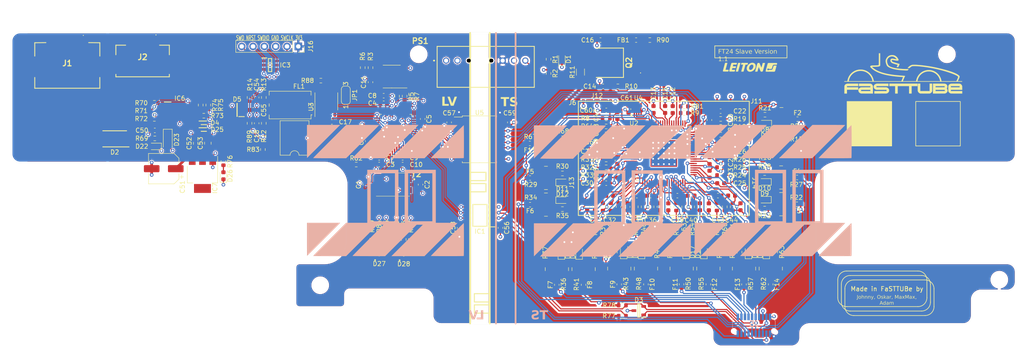
<source format=kicad_pcb>
(kicad_pcb (version 20221018) (generator pcbnew)

  (general
    (thickness 1.599978)
  )

  (paper "A4")
  (layers
    (0 "F.Cu" signal)
    (1 "In1.Cu" signal)
    (2 "In2.Cu" signal)
    (31 "B.Cu" signal)
    (32 "B.Adhes" user "B.Adhesive")
    (33 "F.Adhes" user "F.Adhesive")
    (34 "B.Paste" user)
    (35 "F.Paste" user)
    (36 "B.SilkS" user "B.Silkscreen")
    (37 "F.SilkS" user "F.Silkscreen")
    (38 "B.Mask" user)
    (39 "F.Mask" user)
    (40 "Dwgs.User" user "User.Drawings")
    (41 "Cmts.User" user "User.Comments")
    (42 "Eco1.User" user "User.Eco1")
    (43 "Eco2.User" user "User.Eco2")
    (44 "Edge.Cuts" user)
    (45 "Margin" user)
    (46 "B.CrtYd" user "B.Courtyard")
    (47 "F.CrtYd" user "F.Courtyard")
    (48 "B.Fab" user)
    (49 "F.Fab" user)
    (50 "User.1" user)
    (51 "User.2" user)
    (52 "User.3" user)
    (53 "User.4" user)
    (54 "User.5" user)
    (55 "User.6" user)
    (56 "User.7" user)
    (57 "User.8" user)
    (58 "User.9" user)
  )

  (setup
    (stackup
      (layer "F.SilkS" (type "Top Silk Screen"))
      (layer "F.Paste" (type "Top Solder Paste"))
      (layer "F.Mask" (type "Top Solder Mask") (thickness 0.01))
      (layer "F.Cu" (type "copper") (thickness 0.035))
      (layer "dielectric 1" (type "prepreg") (thickness 0.1) (material "FR4") (epsilon_r 4.5) (loss_tangent 0.02))
      (layer "In1.Cu" (type "copper") (thickness 0.035))
      (layer "dielectric 2" (type "core") (thickness 1.239978) (material "FR4") (epsilon_r 4.5) (loss_tangent 0.02))
      (layer "In2.Cu" (type "copper") (thickness 0.035))
      (layer "dielectric 3" (type "prepreg") (thickness 0.1) (material "FR4") (epsilon_r 4.5) (loss_tangent 0.02))
      (layer "B.Cu" (type "copper") (thickness 0.035))
      (layer "B.Mask" (type "Bottom Solder Mask") (thickness 0.01))
      (layer "B.Paste" (type "Bottom Solder Paste"))
      (layer "B.SilkS" (type "Bottom Silk Screen"))
      (copper_finish "None")
      (dielectric_constraints no)
    )
    (pad_to_mask_clearance 0)
    (aux_axis_origin 50 75)
    (pcbplotparams
      (layerselection 0x00010fc_ffffffff)
      (plot_on_all_layers_selection 0x0000000_00000001)
      (disableapertmacros false)
      (usegerberextensions false)
      (usegerberattributes true)
      (usegerberadvancedattributes true)
      (creategerberjobfile true)
      (dashed_line_dash_ratio 12.000000)
      (dashed_line_gap_ratio 3.000000)
      (svgprecision 4)
      (plotframeref false)
      (viasonmask false)
      (mode 1)
      (useauxorigin false)
      (hpglpennumber 1)
      (hpglpenspeed 20)
      (hpglpendiameter 15.000000)
      (dxfpolygonmode true)
      (dxfimperialunits true)
      (dxfusepcbnewfont true)
      (psnegative false)
      (psa4output false)
      (plotreference true)
      (plotvalue true)
      (plotinvisibletext false)
      (sketchpadsonfab false)
      (subtractmaskfromsilk false)
      (outputformat 1)
      (mirror false)
      (drillshape 0)
      (scaleselection 1)
      (outputdirectory "Gerber1/")
    )
  )

  (net 0 "")
  (net 1 "+3V3")
  (net 2 "/CAN/CANH")
  (net 3 "/CAN/CANL")
  (net 4 "Net-(D1-A)")
  (net 5 "/µC/LED1_R")
  (net 6 "/µC/SWCLK")
  (net 7 "GND")
  (net 8 "/µC/SWDIO")
  (net 9 "/µC/NRST")
  (net 10 "/µC/Trace_SWO")
  (net 11 "unconnected-(U1-PC13-Pad2)")
  (net 12 "unconnected-(U1-PC14-Pad3)")
  (net 13 "unconnected-(U1-PC15-Pad4)")
  (net 14 "/µC/LED1_G")
  (net 15 "/µC/LED1_B")
  (net 16 "/µC/LED2_R")
  (net 17 "/µC/LED2_G")
  (net 18 "unconnected-(U1-PA1-Pad11)")
  (net 19 "/µC/LED2_B")
  (net 20 "unconnected-(U1-PA8-Pad29)")
  (net 21 "Net-(D22-A)")
  (net 22 "Net-(D26-A)")
  (net 23 "Net-(U3-CANH)")
  (net 24 "Net-(U3-CANL)")
  (net 25 "unconnected-(U1-PB1-Pad19)")
  (net 26 "unconnected-(U1-PB2-Pad20)")
  (net 27 "Net-(U2-IPB)")
  (net 28 "/µC/TMP_SCL")
  (net 29 "/BMS/TMP_SCL")
  (net 30 "/BMS/TMP_SDA")
  (net 31 "+5V")
  (net 32 "/µC/SCK")
  (net 33 "/µC/MOSI")
  (net 34 "/µC/MISO")
  (net 35 "/µC/CSB")
  (net 36 "unconnected-(U1-PB0-Pad18)")
  (net 37 "/µC/PROM_SDA")
  (net 38 "/µC/PROM_SCL")
  (net 39 "unconnected-(U1-PB3-Pad39)")
  (net 40 "unconnected-(U1-PB4-Pad40)")
  (net 41 "unconnected-(U1-PB5-Pad41)")
  (net 42 "unconnected-(U1-PB8-Pad45)")
  (net 43 "unconnected-(U1-PB9-Pad46)")
  (net 44 "/BMS/Filter_Balance_Network_last/CB")
  (net 45 "/BMS/Filter_Balance_Network_last/CB:A")
  (net 46 "/BMS/~{CS}")
  (net 47 "/BMS/Filter_Balance_Network_last/SAP")
  (net 48 "/BMS/Filter_Balance_Network_last/CA")
  (net 49 "/BMS/Filter_Balance_Network2/CB")
  (net 50 "/BMS/MISO")
  (net 51 "/BMS/Filter_Balance_Network2/SBP")
  (net 52 "/BMS/Filter_Balance_Network2/CB:A")
  (net 53 "/BMS/MOSI")
  (net 54 "/BMS/Filter_Balance_Network2/SAP")
  (net 55 "/BMS/Filter_Balance_Network2/CA")
  (net 56 "/BMS/Filter_Balance_Network4/CB")
  (net 57 "/BMS/SCK")
  (net 58 "/BMS/Filter_Balance_Network4/SBP")
  (net 59 "/BMS/Filter_Balance_Network4/CB:A")
  (net 60 "unconnected-(IC4-NC_1-Pad1)")
  (net 61 "/BMS/Filter_Balance_Network4/SAP")
  (net 62 "/BMS/Filter_Balance_Network4/CA")
  (net 63 "/BMS/Filter_Balance_Network5/CB")
  (net 64 "unconnected-(IC4-NC_2-Pad2)")
  (net 65 "/BMS/Filter_Balance_Network5/SBP")
  (net 66 "/BMS/Filter_Balance_Network5/CB:A")
  (net 67 "unconnected-(IC4-NC_3-Pad3)")
  (net 68 "/BMS/Filter_Balance_Network5/SAP")
  (net 69 "/BMS/Filter_Balance_Network5/CA")
  (net 70 "/BMS/Filter_Balance_Network6/CB")
  (net 71 "/µC/PROM_WC")
  (net 72 "/BMS/Filter_Balance_Network6/SBP")
  (net 73 "/BMS/Filter_Balance_Network6/CB:A")
  (net 74 "/BMS/Filter_Balance_Network6/SAP")
  (net 75 "/BMS/Filter_Balance_Network6/CA")
  (net 76 "/BMS/Filter_Balance_Network7/CB")
  (net 77 "/BMS/Filter_Balance_Network7/SBP")
  (net 78 "/BMS/Filter_Balance_Network7/CB:A")
  (net 79 "unconnected-(IC6-DVDT-Pad2)")
  (net 80 "/BMS/Filter_Balance_Network7/SAP")
  (net 81 "/BMS/Filter_Balance_Network7/CA")
  (net 82 "/BMS/Filter_Balance_Network1/CB")
  (net 83 "Net-(IC6-EN{slash}UVLO)")
  (net 84 "/BMS/Filter_Balance_Network1/SBP")
  (net 85 "/BMS/Filter_Balance_Network1/CB:A")
  (net 86 "+BATT")
  (net 87 "/BMS/Filter_Balance_Network1/SAP")
  (net 88 "/BMS/Filter_Balance_Network1/CA")
  (net 89 "/BMS/Filter_Balance_Network/CB")
  (net 90 "+12V")
  (net 91 "/BMS/Filter_Balance_Network/SBP")
  (net 92 "/BMS/Filter_Balance_Network/CB:A")
  (net 93 "unconnected-(IC6-~{FLT}-Pad6)")
  (net 94 "/BMS/Filter_Balance_Network/SAP")
  (net 95 "Net-(IC6-ILM)")
  (net 96 "Net-(IC6-OVLO{slash}OVCSEL)")
  (net 97 "/BMS/Filter_Balance_Network/CellA+{slash}CellB-")
  (net 98 "/BMS/Filter_Balance_Network/CellB+")
  (net 99 "Net-(U2-IMB)")
  (net 100 "Net-(U1-PB11)")
  (net 101 "/BMS/Filter_Balance_Network1/CellA+{slash}CellB-")
  (net 102 "/BMS/Filter_Balance_Network2/CellA-")
  (net 103 "unconnected-(U2-NC-Pad66)")
  (net 104 "GND1")
  (net 105 "/BMS/Filter_Balance_Network7/CellA+{slash}CellB-")
  (net 106 "/BMS/Filter_Balance_Network4/CellA-")
  (net 107 "/BMS/Filter_Balance_Network6/CellA+{slash}CellB-")
  (net 108 "unconnected-(U2-GPIO10-Pad71)")
  (net 109 "unconnected-(U2-GPIO9-Pad72)")
  (net 110 "unconnected-(U2-GPIO8-Pad73)")
  (net 111 "unconnected-(U2-GPIO7-Pad74)")
  (net 112 "unconnected-(U2-GPIO6-Pad75)")
  (net 113 "unconnected-(U2-GPIO3-Pad78)")
  (net 114 "unconnected-(U2-GPIO2-Pad79)")
  (net 115 "unconnected-(U2-GPIO1-Pad80)")
  (net 116 "/BMS/Filter_Balance_Network5/CellA-")
  (net 117 "/BMS/Filter_Balance_Network5/CellA+{slash}CellB-")
  (net 118 "/BMS/Filter_Balance_Network6/CellA-")
  (net 119 "/BMS/Filter_Balance_Network4/CellA+{slash}CellB-")
  (net 120 "/BMS/Filter_Balance_Network1/CellB+")
  (net 121 "/BMS/Filter_Balance_Network2/CellA+{slash}CellB-")
  (net 122 "/BMS/Filter_Balance_Network2/CellB+")
  (net 123 "Net-(PS1-FB)")
  (net 124 "Net-(Q2-B)")
  (net 125 "Net-(Q2-C)")
  (net 126 "Net-(Q2-E)")
  (net 127 "/CAN/CAN_Term")
  (net 128 "/µC/OSC_IN")
  (net 129 "/µC/OSC_OUT")
  (net 130 "/Power/IMON")
  (net 131 "/CAN/CAN_Rx")
  (net 132 "/CAN/CAN_Tx")
  (net 133 "Net-(U1-BOOT0)")
  (net 134 "Net-(U2-V+)")
  (net 135 "Net-(U2-VREF2)")
  (net 136 "Net-(U2-VREF1)")
  (net 137 "/CAN/V_{ref}")
  (net 138 "Net-(D7-A)")
  (net 139 "Net-(D8-A)")
  (net 140 "Net-(D9-A)")
  (net 141 "Net-(D10-A)")
  (net 142 "Net-(D11-A)")
  (net 143 "Net-(D12-A)")
  (net 144 "Net-(D13-A)")
  (net 145 "Net-(D14-A)")
  (net 146 "Net-(D15-A)")
  (net 147 "Net-(D16-A)")
  (net 148 "Net-(D17-A)")
  (net 149 "Net-(D18-A)")
  (net 150 "Net-(D19-A)")
  (net 151 "Net-(D20-A)")
  (net 152 "Net-(D21-A)")
  (net 153 "VBUS")
  (net 154 "Net-(F1-Pad2)")
  (net 155 "Net-(F15-Pad2)")
  (net 156 "Net-(U1-PB10)")
  (net 157 "Net-(U1-PB13)")
  (net 158 "Net-(U2-DRIVE)")
  (net 159 "/BMS/Filter_Balance_Network/CA")
  (net 160 "Net-(U1-PB12)")
  (net 161 "Net-(U1-PB14)")
  (net 162 "Net-(U1-PB15)")
  (net 163 "Net-(F3-Pad2)")
  (net 164 "Net-(F5-Pad2)")
  (net 165 "Net-(F7-Pad2)")
  (net 166 "Net-(F9-Pad2)")
  (net 167 "Net-(F11-Pad2)")
  (net 168 "Net-(F13-Pad2)")
  (net 169 "/BMS/Filter_Balance_Network/SBN")
  (net 170 "/BMS/Filter_Balance_Network1/SBN")
  (net 171 "/BMS/Filter_Balance_Network2/SBN")
  (net 172 "/BMS/Filter_Balance_Network4/SBN")
  (net 173 "/BMS/Filter_Balance_Network5/SBN")
  (net 174 "/BMS/Filter_Balance_Network6/SBN")
  (net 175 "/BMS/Filter_Balance_Network7/SBN")
  (net 176 "/µC/TMP_SDA")
  (net 177 "Net-(R83-Pad2)")
  (net 178 "Net-(U3-Rs)")
  (net 179 "Net-(JP1-C)")
  (net 180 "Net-(D2-A)")
  (net 181 "Net-(U2-VREG)")
  (net 182 "unconnected-(U6-Pad3)")
  (net 183 "unconnected-(U6-Pad5)")
  (net 184 "unconnected-(U4-ALERT-Pad3)")

  (footprint "Capacitor_SMD:C_0603_1608Metric" (layer "F.Cu") (at 206.7285 103.8745 90))

  (footprint "Resistor_SMD:R_1020_2550Metric" (layer "F.Cu") (at 192.4675 128.1525 90))

  (footprint "Resistor_SMD:R_0603_1608Metric" (layer "F.Cu") (at 219.1675 93.5775 180))

  (footprint "Resistor_SMD:R_0603_1608Metric" (layer "F.Cu") (at 183.5425 94.3815))

  (footprint "Capacitor_SMD:C_0603_1608Metric" (layer "F.Cu") (at 161.899695 95.299695 -90))

  (footprint "Capacitor_SMD:C_0603_1608Metric" (layer "F.Cu") (at 82.24 97.1 180))

  (footprint "Resistor_SMD:R_0603_1608Metric" (layer "F.Cu") (at 208.3675 114.2775 90))

  (footprint "Resistor_SMD:R_0603_1608Metric" (layer "F.Cu") (at 187.155 136.4))

  (footprint "Slave:QFP-80_12x12_Pitch0.5mm" (layer "F.Cu") (at 196.4675 102.2775))

  (footprint "Resistor_SMD:R_0603_1608Metric" (layer "F.Cu") (at 219.0925 106.6775 180))

  (footprint "Package_SO:SOIC-16W_7.5x10.3mm_P1.27mm" (layer "F.Cu") (at 155.099695 99.099695))

  (footprint "Resistor_SMD:R_0603_1608Metric" (layer "F.Cu") (at 128.9 83 -90))

  (footprint "Fuse:Fuse_0603_1608Metric" (layer "F.Cu") (at 214.455 131.7125 90))

  (footprint "Connector_PinSocket_2.54mm:PinSocket_1x06_P2.54mm_Vertical" (layer "F.Cu") (at 114.44 78.225 -90))

  (footprint "Slave:SOT95P230X117-3N" (layer "F.Cu") (at 100.7 92.5 180))

  (footprint "Capacitor_SMD:C_0603_1608Metric" (layer "F.Cu") (at 197.4675 114.2775 -90))

  (footprint "Resistor_SMD:R_0603_1608Metric" (layer "F.Cu") (at 209.2285 98.0745 180))

  (footprint "Resistor_SMD:R_0603_1608Metric" (layer "F.Cu") (at 173.7175 114.7775))

  (footprint "Fuse:Fuse_0603_1608Metric" (layer "F.Cu") (at 178.455 131.8 90))

  (footprint "Resistor_SMD:R_0603_1608Metric" (layer "F.Cu") (at 183.5285 96.2065))

  (footprint "Resistor_SMD:R_0603_1608Metric" (layer "F.Cu") (at 82.14 92.7 180))

  (footprint "Resistor_SMD:R_0603_1608Metric" (layer "F.Cu") (at 170.6 81.1 90))

  (footprint "Capacitor_SMD:C_0603_1608Metric" (layer "F.Cu") (at 206.7285 106.9395 90))

  (footprint "Resistor_SMD:R_1020_2550Metric" (layer "F.Cu") (at 214.4675 128.1525 90))

  (footprint "Fuse:Fuse_0603_1608Metric" (layer "F.Cu") (at 226.4675 94.5775 180))

  (footprint "Slave:Wuerth_Elektronik_3600637250S" (layer "F.Cu") (at 196.4675 103.3775))

  (footprint "Capacitor_SMD:C_0603_1608Metric" (layer "F.Cu") (at 105.1 95.5 90))

  (footprint "Slave:SODFL1608X59N" (layer "F.Cu") (at 93.24 96.9))

  (footprint "Slave:SON50P200X200X80-9N" (layer "F.Cu") (at 190.605 92.3 90))

  (footprint "Fuse:Fuse_0603_1608Metric" (layer "F.Cu") (at 192.455 131.7 90))

  (footprint "LED_SMD:LED_0603_1608Metric" (layer "F.Cu") (at 219.1675 95.5775 180))

  (footprint "Resistor_SMD:R_0603_1608Metric" (layer "F.Cu") (at 211.9235 114.2775 90))

  (footprint "Fuse:Fuse_0603_1608Metric" (layer "F.Cu") (at 226.455 100.6 180))

  (footprint "Resistor_SMD:R_0603_1608Metric" (layer "F.Cu") (at 209.2285 96.2965 180))

  (footprint "Fuse:Fuse_0603_1608Metric" (layer "F.Cu") (at 226.3925 107.6775 180))

  (footprint "Slave:2159320470" (layer "F.Cu") (at 62.6 82.5))

  (footprint "Resistor_SMD:R_1206_3216Metric" (layer "F.Cu") (at 177.755 84 90))

  (footprint "Resistor_SMD:R_1020_2550Metric" (layer "F.Cu") (at 186.4675 128.1525 90))

  (footprint "Capacitor_SMD:C_0603_1608Metric" (layer "F.Cu") (at 132.5875 104.7625 180))

  (footprint "Slave:SOT95P240X120-3N" (layer "F.Cu") (at 190.855 137.6 180))

  (footprint "Resistor_SMD:R_0603_1608Metric" (layer "F.Cu") (at 130.65 83 -90))

  (footprint "LED_SMD:LED_0603_1608Metric" (layer "F.Cu") (at 173.755 100.65075))

  (footprint "Fuse:Fuse_0603_1608Metric" (layer "F.Cu") (at 200.455 131.6875 90))

  (footprint "Fuse:Fuse_0603_1608Metric" (layer "F.Cu")
    (tstamp 3877d968-41b3-41b8-ad05-e301bc9d829f)
    (at 172.455 131.8 90)
    (descr "Fuse SMD 0603 (1608 Metric), square (rectangular) end terminal, IPC_7351 nominal, (Body size source: http://www.tortai-tech.com/upload/download/2011102023233369053.pdf), generated with kicad-footprint-generator")
    (tags "fuse")
    (property "Sheetfile" "FT24-AMS-Slave-v1-BMS-Filter_Balance_Network.kicad_sch")
    (property "Sheetname" "Filter_Balance_Network4")
    (property "ki_description" "Resettable fuse, polymeric positive temperature coefficient")
    (property "ki_keywords" "resettable fuse PTC PPTC polyfuse polyswitch")
    (path "/2536baa4-823e-48c2-9277-701b260ef4ec/ca0c9a02-3561-400e-b688-658f39bf4a3b/65f393a1-98d2-4add-bbf9-b849299c90b1")
    (attr smd)
    (fp_text reference "F7" (at 0 -1.43 90) (layer "F.SilkS")
        (effects (font (size 1 1) (thickness 0.15)))
      (tstamp be3f9786-a3fc-40e9-9f5b-4aeed7c36933)
    )
    (fp_text value "Polyfuse" (at 0 1.43 90) (layer "F.Fab")
        (effects (font (size 1 1) (thickness 0.15)))
      (tstamp 3ee8b857-7953-4893-919c-c63895433a3e)
    )
    (fp_text user "${REFERENCE}" (at 0 0 90) (layer "F.Fab")
        (effects (font (size 0.4 0.4) (thickness 0.06)))
      (tstamp eb337a2c-17bc-4cab-a9e6-f9f9641b6f93)
    )
    (fp_line (start -0.162779 -0.51) (end 0.162779 -0.51)
      (stroke (width 0.12) (type solid)) (layer "F.SilkS") (tstamp 279f7c1e-2649-451f-bf79-a35f13b13304))
    (fp_line (start -0.162779 0.51) (end 0.162779 0.51)
      (stroke (width 0.12) (type solid)) (layer "F.SilkS") (tstamp acbe9d9e-ee03-4136-bdd5-1fb09c1284ef))
    (fp_line (start -1.48 -0.73) (end 1.48 -0.73)

... [2890897 chars truncated]
</source>
